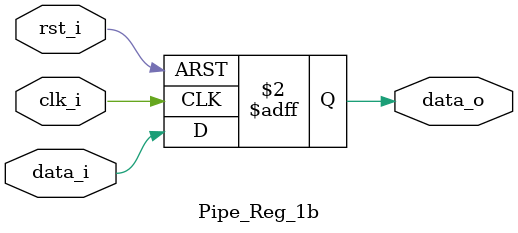
<source format=sv>
module Pipe_Reg_1b(
  clk_i,
  rst_i,
  data_i,
  data_o
);
//---------------------------------------------------------------------
//        PORTS DECLARATION                             
//---------------------------------------------------------------------
input  logic              clk_i;
input  logic              rst_i;
input  logic             data_i;
output logic             data_o;

//---------------------------------------------------------------------
//        ALWAYS BLOCK                             
//---------------------------------------------------------------------
always_ff@(posedge clk_i or posedge rst_i)begin
  if(rst_i)data_o <= 1'b0;
  else data_o <= data_i;
end

endmodule
</source>
